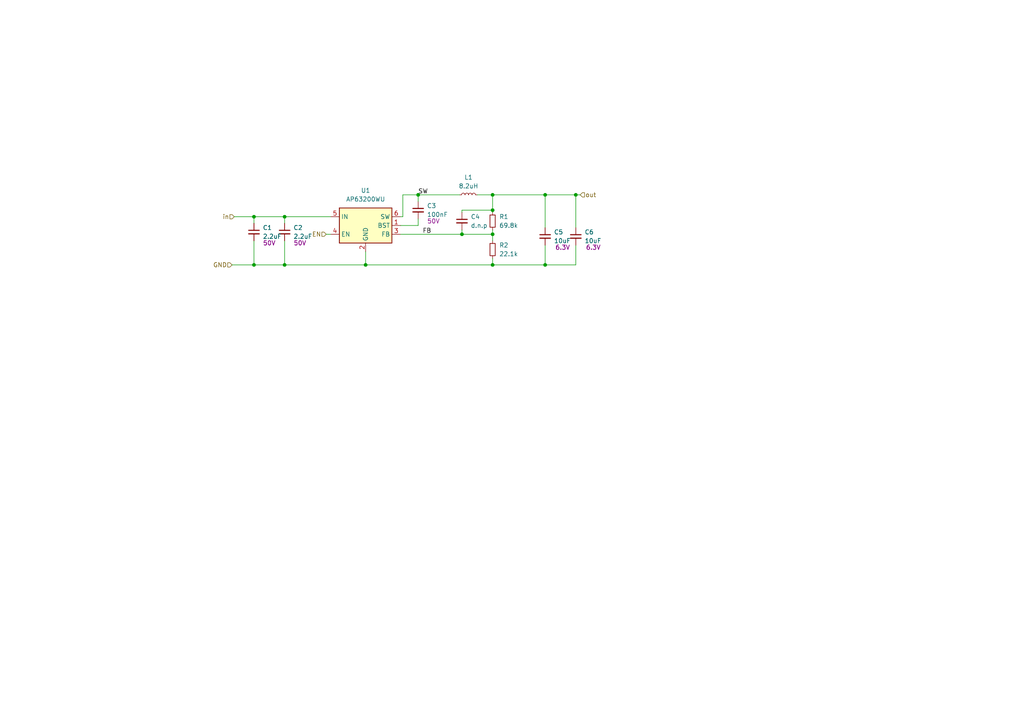
<source format=kicad_sch>
(kicad_sch (version 20211123) (generator eeschema)

  (uuid 1895faed-13c7-4877-930c-ef39a1d7419c)

  (paper "A4")

  (lib_symbols
    (symbol "Device:C_Small" (pin_numbers hide) (pin_names (offset 0.254) hide) (in_bom yes) (on_board yes)
      (property "Reference" "C" (id 0) (at 0.254 1.778 0)
        (effects (font (size 1.27 1.27)) (justify left))
      )
      (property "Value" "C_Small" (id 1) (at 0.254 -2.032 0)
        (effects (font (size 1.27 1.27)) (justify left))
      )
      (property "Footprint" "" (id 2) (at 0 0 0)
        (effects (font (size 1.27 1.27)) hide)
      )
      (property "Datasheet" "~" (id 3) (at 0 0 0)
        (effects (font (size 1.27 1.27)) hide)
      )
      (property "ki_keywords" "capacitor cap" (id 4) (at 0 0 0)
        (effects (font (size 1.27 1.27)) hide)
      )
      (property "ki_description" "Unpolarized capacitor, small symbol" (id 5) (at 0 0 0)
        (effects (font (size 1.27 1.27)) hide)
      )
      (property "ki_fp_filters" "C_*" (id 6) (at 0 0 0)
        (effects (font (size 1.27 1.27)) hide)
      )
      (symbol "C_Small_0_1"
        (polyline
          (pts
            (xy -1.524 -0.508)
            (xy 1.524 -0.508)
          )
          (stroke (width 0.3302) (type default) (color 0 0 0 0))
          (fill (type none))
        )
        (polyline
          (pts
            (xy -1.524 0.508)
            (xy 1.524 0.508)
          )
          (stroke (width 0.3048) (type default) (color 0 0 0 0))
          (fill (type none))
        )
      )
      (symbol "C_Small_1_1"
        (pin passive line (at 0 2.54 270) (length 2.032)
          (name "~" (effects (font (size 1.27 1.27))))
          (number "1" (effects (font (size 1.27 1.27))))
        )
        (pin passive line (at 0 -2.54 90) (length 2.032)
          (name "~" (effects (font (size 1.27 1.27))))
          (number "2" (effects (font (size 1.27 1.27))))
        )
      )
    )
    (symbol "Device:L_Small" (pin_numbers hide) (pin_names (offset 0.254) hide) (in_bom yes) (on_board yes)
      (property "Reference" "L" (id 0) (at 0.762 1.016 0)
        (effects (font (size 1.27 1.27)) (justify left))
      )
      (property "Value" "L_Small" (id 1) (at 0.762 -1.016 0)
        (effects (font (size 1.27 1.27)) (justify left))
      )
      (property "Footprint" "" (id 2) (at 0 0 0)
        (effects (font (size 1.27 1.27)) hide)
      )
      (property "Datasheet" "~" (id 3) (at 0 0 0)
        (effects (font (size 1.27 1.27)) hide)
      )
      (property "ki_keywords" "inductor choke coil reactor magnetic" (id 4) (at 0 0 0)
        (effects (font (size 1.27 1.27)) hide)
      )
      (property "ki_description" "Inductor, small symbol" (id 5) (at 0 0 0)
        (effects (font (size 1.27 1.27)) hide)
      )
      (property "ki_fp_filters" "Choke_* *Coil* Inductor_* L_*" (id 6) (at 0 0 0)
        (effects (font (size 1.27 1.27)) hide)
      )
      (symbol "L_Small_0_1"
        (arc (start 0 -2.032) (mid 0.508 -1.524) (end 0 -1.016)
          (stroke (width 0) (type default) (color 0 0 0 0))
          (fill (type none))
        )
        (arc (start 0 -1.016) (mid 0.508 -0.508) (end 0 0)
          (stroke (width 0) (type default) (color 0 0 0 0))
          (fill (type none))
        )
        (arc (start 0 0) (mid 0.508 0.508) (end 0 1.016)
          (stroke (width 0) (type default) (color 0 0 0 0))
          (fill (type none))
        )
        (arc (start 0 1.016) (mid 0.508 1.524) (end 0 2.032)
          (stroke (width 0) (type default) (color 0 0 0 0))
          (fill (type none))
        )
      )
      (symbol "L_Small_1_1"
        (pin passive line (at 0 2.54 270) (length 0.508)
          (name "~" (effects (font (size 1.27 1.27))))
          (number "1" (effects (font (size 1.27 1.27))))
        )
        (pin passive line (at 0 -2.54 90) (length 0.508)
          (name "~" (effects (font (size 1.27 1.27))))
          (number "2" (effects (font (size 1.27 1.27))))
        )
      )
    )
    (symbol "Device:R_Small" (pin_numbers hide) (pin_names (offset 0.254) hide) (in_bom yes) (on_board yes)
      (property "Reference" "R" (id 0) (at 0.762 0.508 0)
        (effects (font (size 1.27 1.27)) (justify left))
      )
      (property "Value" "R_Small" (id 1) (at 0.762 -1.016 0)
        (effects (font (size 1.27 1.27)) (justify left))
      )
      (property "Footprint" "" (id 2) (at 0 0 0)
        (effects (font (size 1.27 1.27)) hide)
      )
      (property "Datasheet" "~" (id 3) (at 0 0 0)
        (effects (font (size 1.27 1.27)) hide)
      )
      (property "ki_keywords" "R resistor" (id 4) (at 0 0 0)
        (effects (font (size 1.27 1.27)) hide)
      )
      (property "ki_description" "Resistor, small symbol" (id 5) (at 0 0 0)
        (effects (font (size 1.27 1.27)) hide)
      )
      (property "ki_fp_filters" "R_*" (id 6) (at 0 0 0)
        (effects (font (size 1.27 1.27)) hide)
      )
      (symbol "R_Small_0_1"
        (rectangle (start -0.762 1.778) (end 0.762 -1.778)
          (stroke (width 0.2032) (type default) (color 0 0 0 0))
          (fill (type none))
        )
      )
      (symbol "R_Small_1_1"
        (pin passive line (at 0 2.54 270) (length 0.762)
          (name "~" (effects (font (size 1.27 1.27))))
          (number "1" (effects (font (size 1.27 1.27))))
        )
        (pin passive line (at 0 -2.54 90) (length 0.762)
          (name "~" (effects (font (size 1.27 1.27))))
          (number "2" (effects (font (size 1.27 1.27))))
        )
      )
    )
    (symbol "b113:AP64060" (in_bom yes) (on_board yes)
      (property "Reference" "U" (id 0) (at -7.62 6.35 0)
        (effects (font (size 1.27 1.27)))
      )
      (property "Value" "AP64060" (id 1) (at 2.54 6.35 0)
        (effects (font (size 1.27 1.27)))
      )
      (property "Footprint" "Package_TO_SOT_SMD:TSOT-23-6" (id 2) (at 0 -22.86 0)
        (effects (font (size 1.27 1.27)) hide)
      )
      (property "Datasheet" "https://www.diodes.com/assets/Datasheets/AP64060.pdf" (id 3) (at -1.27 -6.35 0)
        (effects (font (size 1.27 1.27)) hide)
      )
      (property "ki_keywords" "2A Buck DC/DC" (id 4) (at 0 0 0)
        (effects (font (size 1.27 1.27)) hide)
      )
      (property "ki_description" "Buck DC/DC Converter, adjustable output voltage, TSOT26" (id 5) (at 0 0 0)
        (effects (font (size 1.27 1.27)) hide)
      )
      (property "ki_fp_filters" "TSOT?23*" (id 6) (at 0 0 0)
        (effects (font (size 1.27 1.27)) hide)
      )
      (symbol "AP64060_0_1"
        (rectangle (start -7.62 5.08) (end 7.62 -5.08)
          (stroke (width 0.254) (type default) (color 0 0 0 0))
          (fill (type background))
        )
      )
      (symbol "AP64060_1_1"
        (pin passive line (at 10.16 0 180) (length 2.54)
          (name "BST" (effects (font (size 1.27 1.27))))
          (number "1" (effects (font (size 1.27 1.27))))
        )
        (pin power_in line (at 0 -7.62 90) (length 2.54)
          (name "GND" (effects (font (size 1.27 1.27))))
          (number "2" (effects (font (size 1.27 1.27))))
        )
        (pin input line (at 10.16 -2.54 180) (length 2.54)
          (name "FB" (effects (font (size 1.27 1.27))))
          (number "3" (effects (font (size 1.27 1.27))))
        )
        (pin input line (at -10.16 -2.54 0) (length 2.54)
          (name "EN" (effects (font (size 1.27 1.27))))
          (number "4" (effects (font (size 1.27 1.27))))
        )
        (pin power_in line (at -10.16 2.54 0) (length 2.54)
          (name "IN" (effects (font (size 1.27 1.27))))
          (number "5" (effects (font (size 1.27 1.27))))
        )
        (pin output line (at 10.16 2.54 180) (length 2.54)
          (name "SW" (effects (font (size 1.27 1.27))))
          (number "6" (effects (font (size 1.27 1.27))))
        )
      )
    )
  )

  (junction (at 158.115 76.835) (diameter 0) (color 0 0 0 0)
    (uuid 2207760e-221a-4cb2-8d4b-a25977dd6d1d)
  )
  (junction (at 82.55 76.835) (diameter 0) (color 0 0 0 0)
    (uuid 3196e2c6-f829-41e5-b03b-aff8a2c7753b)
  )
  (junction (at 106.045 76.835) (diameter 0) (color 0 0 0 0)
    (uuid 321c45ac-4105-4b22-8718-0da0ab8a1960)
  )
  (junction (at 142.875 76.835) (diameter 0) (color 0 0 0 0)
    (uuid 3594f87d-c2a6-427d-8aa2-10f4e05994de)
  )
  (junction (at 142.875 56.515) (diameter 0) (color 0 0 0 0)
    (uuid 38ab48ed-3533-430f-bb30-bdf7ac09592e)
  )
  (junction (at 73.66 62.865) (diameter 0) (color 0 0 0 0)
    (uuid 52ee3fdf-1c55-41c2-9556-d7321775a82b)
  )
  (junction (at 142.875 60.96) (diameter 0) (color 0 0 0 0)
    (uuid 6cbf55da-e80c-4e47-9e52-dda2e3c453b1)
  )
  (junction (at 133.985 67.945) (diameter 0) (color 0 0 0 0)
    (uuid 6e40d9e1-c387-4278-861f-68f923f828b3)
  )
  (junction (at 167.005 56.515) (diameter 0) (color 0 0 0 0)
    (uuid 7e2b8a2a-6585-41ef-8beb-5af2e0d3e6ea)
  )
  (junction (at 121.285 56.515) (diameter 0) (color 0 0 0 0)
    (uuid ad2130c4-d175-4471-8cc3-94a4cc8b0f74)
  )
  (junction (at 142.875 67.945) (diameter 0) (color 0 0 0 0)
    (uuid c1887d1b-efb9-42ce-87c1-a29a8166224c)
  )
  (junction (at 73.66 76.835) (diameter 0) (color 0 0 0 0)
    (uuid d141fbf1-f1c0-4a5a-85df-8804a49c18cb)
  )
  (junction (at 82.55 62.865) (diameter 0) (color 0 0 0 0)
    (uuid f7fd5c8e-4010-4355-bd82-4a022ed22f2e)
  )
  (junction (at 158.115 56.515) (diameter 0) (color 0 0 0 0)
    (uuid fcd88659-33d6-4964-9d7d-c88d7d36e0e2)
  )

  (wire (pts (xy 142.875 66.675) (xy 142.875 67.945))
    (stroke (width 0) (type default) (color 0 0 0 0))
    (uuid 0407e32c-cf6a-4715-adc7-ef805f14ba0b)
  )
  (wire (pts (xy 138.43 56.515) (xy 142.875 56.515))
    (stroke (width 0) (type default) (color 0 0 0 0))
    (uuid 05e7b29e-fe66-40cb-b75a-2c15e1ec9587)
  )
  (wire (pts (xy 142.875 74.93) (xy 142.875 76.835))
    (stroke (width 0) (type default) (color 0 0 0 0))
    (uuid 06eefc2e-df85-485d-bcbd-244a63166ec7)
  )
  (wire (pts (xy 116.205 67.945) (xy 133.985 67.945))
    (stroke (width 0) (type default) (color 0 0 0 0))
    (uuid 13ac083c-b7a6-4f29-8980-b44bb4935789)
  )
  (wire (pts (xy 94.615 67.945) (xy 95.885 67.945))
    (stroke (width 0) (type default) (color 0 0 0 0))
    (uuid 1f9f2bb8-320c-4c3f-8866-2adaf7463283)
  )
  (wire (pts (xy 142.875 56.515) (xy 158.115 56.515))
    (stroke (width 0) (type default) (color 0 0 0 0))
    (uuid 26c72782-38a6-47f1-9408-da548297f703)
  )
  (wire (pts (xy 82.55 62.865) (xy 95.885 62.865))
    (stroke (width 0) (type default) (color 0 0 0 0))
    (uuid 38c7ac64-a9f9-45b3-a6f2-d80f640fb7a0)
  )
  (wire (pts (xy 116.84 56.515) (xy 121.285 56.515))
    (stroke (width 0) (type default) (color 0 0 0 0))
    (uuid 48c3b9b1-5f02-4bec-8ea3-17e87992ae4a)
  )
  (wire (pts (xy 82.55 62.865) (xy 82.55 64.77))
    (stroke (width 0) (type default) (color 0 0 0 0))
    (uuid 59bf1c5f-51f2-4ec8-b92d-5e5d25ae1730)
  )
  (wire (pts (xy 142.875 60.96) (xy 142.875 61.595))
    (stroke (width 0) (type default) (color 0 0 0 0))
    (uuid 5e36f865-7967-46db-8e94-424753265959)
  )
  (wire (pts (xy 121.285 56.515) (xy 133.35 56.515))
    (stroke (width 0) (type default) (color 0 0 0 0))
    (uuid 5e56cd8a-972a-48b7-829b-ae56f6b8a3cd)
  )
  (wire (pts (xy 133.985 61.595) (xy 133.985 60.96))
    (stroke (width 0) (type default) (color 0 0 0 0))
    (uuid 5f18c3a7-0c3e-4e63-a8cd-39cac4a464b2)
  )
  (wire (pts (xy 73.66 76.835) (xy 73.66 69.85))
    (stroke (width 0) (type default) (color 0 0 0 0))
    (uuid 68487061-b319-4c88-948d-059e8a049727)
  )
  (wire (pts (xy 133.985 66.675) (xy 133.985 67.945))
    (stroke (width 0) (type default) (color 0 0 0 0))
    (uuid 6a4aee65-7684-4d1d-acd8-f8b895cc76f4)
  )
  (wire (pts (xy 73.66 62.865) (xy 82.55 62.865))
    (stroke (width 0) (type default) (color 0 0 0 0))
    (uuid 6bafd7ea-76f2-4792-b02d-f09143d1592d)
  )
  (wire (pts (xy 142.875 56.515) (xy 142.875 60.96))
    (stroke (width 0) (type default) (color 0 0 0 0))
    (uuid 72987c14-3287-4325-b69f-faed864874a7)
  )
  (wire (pts (xy 116.84 56.515) (xy 116.84 62.865))
    (stroke (width 0) (type default) (color 0 0 0 0))
    (uuid 7399d01c-dd5d-44ff-9b37-e79cf0ce2f78)
  )
  (wire (pts (xy 133.985 60.96) (xy 142.875 60.96))
    (stroke (width 0) (type default) (color 0 0 0 0))
    (uuid 74db7b63-2db5-4047-8c5f-82c46d08c3e4)
  )
  (wire (pts (xy 158.115 56.515) (xy 158.115 66.04))
    (stroke (width 0) (type default) (color 0 0 0 0))
    (uuid 78118bd4-013c-41d5-8fb6-5b0350518072)
  )
  (wire (pts (xy 82.55 76.835) (xy 106.045 76.835))
    (stroke (width 0) (type default) (color 0 0 0 0))
    (uuid 79ad6a22-1f4d-4957-9f4d-49114325e624)
  )
  (wire (pts (xy 142.875 76.835) (xy 158.115 76.835))
    (stroke (width 0) (type default) (color 0 0 0 0))
    (uuid 7a6fbab5-32f1-477d-82d2-4c5773712e64)
  )
  (wire (pts (xy 73.66 76.835) (xy 82.55 76.835))
    (stroke (width 0) (type default) (color 0 0 0 0))
    (uuid 911cd3d0-d0b2-43a0-b993-e6399a465a77)
  )
  (wire (pts (xy 106.045 76.835) (xy 142.875 76.835))
    (stroke (width 0) (type default) (color 0 0 0 0))
    (uuid 962af349-3459-44b2-8e60-e1e5fe5deaab)
  )
  (wire (pts (xy 133.985 67.945) (xy 142.875 67.945))
    (stroke (width 0) (type default) (color 0 0 0 0))
    (uuid 9fba56ea-d26a-4529-a7e6-72e168d66072)
  )
  (wire (pts (xy 106.045 76.835) (xy 106.045 73.025))
    (stroke (width 0) (type default) (color 0 0 0 0))
    (uuid a0633373-965c-4a84-a5a9-1d6f76d02bd7)
  )
  (wire (pts (xy 67.31 76.835) (xy 73.66 76.835))
    (stroke (width 0) (type default) (color 0 0 0 0))
    (uuid a60f73f5-b325-47ac-8382-0df71d017a0c)
  )
  (wire (pts (xy 142.875 67.945) (xy 142.875 69.85))
    (stroke (width 0) (type default) (color 0 0 0 0))
    (uuid a8f7daeb-7a99-4285-86c7-a2527c86c1ca)
  )
  (wire (pts (xy 121.285 58.42) (xy 121.285 56.515))
    (stroke (width 0) (type default) (color 0 0 0 0))
    (uuid a98b6fa4-a45c-48a1-97c0-385cd102735e)
  )
  (wire (pts (xy 73.66 62.865) (xy 73.66 64.77))
    (stroke (width 0) (type default) (color 0 0 0 0))
    (uuid b4066f39-f0ce-414d-9933-daa740f1e6df)
  )
  (wire (pts (xy 116.84 62.865) (xy 116.205 62.865))
    (stroke (width 0) (type default) (color 0 0 0 0))
    (uuid b7a2e673-4218-42a3-8c88-7dc96729dfe9)
  )
  (wire (pts (xy 167.005 56.515) (xy 168.275 56.515))
    (stroke (width 0) (type default) (color 0 0 0 0))
    (uuid b965c69f-a99f-4698-a2ad-76cd23bf6cae)
  )
  (wire (pts (xy 167.005 56.515) (xy 167.005 66.04))
    (stroke (width 0) (type default) (color 0 0 0 0))
    (uuid beeda9c4-41b8-4450-9246-8559727f4484)
  )
  (wire (pts (xy 158.115 56.515) (xy 167.005 56.515))
    (stroke (width 0) (type default) (color 0 0 0 0))
    (uuid c7dc4bf2-14e8-4817-a7dd-bcf15bb0ca5f)
  )
  (wire (pts (xy 158.115 76.835) (xy 167.005 76.835))
    (stroke (width 0) (type default) (color 0 0 0 0))
    (uuid cccd0012-7e24-47e0-99af-7805d4a9aec8)
  )
  (wire (pts (xy 167.005 76.835) (xy 167.005 71.12))
    (stroke (width 0) (type default) (color 0 0 0 0))
    (uuid cdc8593e-9aa6-4a66-a193-7d1a1a87b0c6)
  )
  (wire (pts (xy 82.55 76.835) (xy 82.55 69.85))
    (stroke (width 0) (type default) (color 0 0 0 0))
    (uuid d43e6d42-02d5-4010-adc1-2eb763651585)
  )
  (wire (pts (xy 121.285 65.405) (xy 121.285 63.5))
    (stroke (width 0) (type default) (color 0 0 0 0))
    (uuid e3bf8ac6-ef84-4d0e-ab04-6a4021e7864f)
  )
  (wire (pts (xy 158.115 76.835) (xy 158.115 71.12))
    (stroke (width 0) (type default) (color 0 0 0 0))
    (uuid f1a50b36-c6d5-44ee-a14b-d7e324c0e8f1)
  )
  (wire (pts (xy 67.945 62.865) (xy 73.66 62.865))
    (stroke (width 0) (type default) (color 0 0 0 0))
    (uuid f3f43c6f-d371-4c7f-985a-7009a306490e)
  )
  (wire (pts (xy 116.205 65.405) (xy 121.285 65.405))
    (stroke (width 0) (type default) (color 0 0 0 0))
    (uuid fbfdd1c6-2457-4db8-a2e2-05e239faaa6d)
  )

  (label "FB" (at 122.555 67.945 0)
    (effects (font (size 1.27 1.27)) (justify left bottom))
    (uuid 02f87293-3d5f-4aba-a46d-2b6cdef28985)
  )
  (label "SW" (at 121.285 56.515 0)
    (effects (font (size 1.27 1.27)) (justify left bottom))
    (uuid 518bf05a-2b35-49b3-b02d-4c8ed85d581a)
  )

  (hierarchical_label "GND" (shape input) (at 67.31 76.835 180)
    (effects (font (size 1.27 1.27)) (justify right))
    (uuid 3a157695-9c71-4123-9d47-e9f157bde643)
  )
  (hierarchical_label "out" (shape input) (at 168.275 56.515 0)
    (effects (font (size 1.27 1.27)) (justify left))
    (uuid bf0fb701-f4e0-4123-99d0-eac84f33f67e)
  )
  (hierarchical_label "in" (shape input) (at 67.945 62.865 180)
    (effects (font (size 1.27 1.27)) (justify right))
    (uuid cec1032f-71ef-44a5-a992-7f1ac7fe375b)
  )
  (hierarchical_label "EN" (shape input) (at 94.615 67.945 180)
    (effects (font (size 1.27 1.27)) (justify right))
    (uuid e170f991-a6eb-4f43-a94b-45aa5bb2c520)
  )

  (symbol (lib_id "Device:C_Small") (at 73.66 67.31 0) (unit 1)
    (in_bom yes) (on_board yes)
    (uuid 0f9baa1d-ec8f-447c-92ef-9f0eac14ae2e)
    (property "Reference" "C1" (id 0) (at 76.2 66.0462 0)
      (effects (font (size 1.27 1.27)) (justify left))
    )
    (property "Value" "2.2uF" (id 1) (at 76.2 68.5862 0)
      (effects (font (size 1.27 1.27)) (justify left))
    )
    (property "Footprint" "Capacitor_SMD:C_1206_3216Metric" (id 2) (at 73.66 67.31 0)
      (effects (font (size 1.27 1.27)) hide)
    )
    (property "Datasheet" "~" (id 3) (at 73.66 67.31 0)
      (effects (font (size 1.27 1.27)) hide)
    )
    (property "Voltage" "50V" (id 4) (at 78.105 70.485 0))
    (pin "1" (uuid 06e9b7b7-e6c5-4c91-9cfe-170b19479719))
    (pin "2" (uuid 72c65d78-5106-4792-9ba4-5001189751c1))
  )

  (symbol (lib_id "Device:L_Small") (at 135.89 56.515 90) (unit 1)
    (in_bom yes) (on_board yes) (fields_autoplaced)
    (uuid 2557c06e-d021-45ba-a3e8-1864ad77de84)
    (property "Reference" "L1" (id 0) (at 135.89 51.435 90))
    (property "Value" "8.2uH" (id 1) (at 135.89 53.975 90))
    (property "Footprint" "Inductor_SMD:L_1008_2520Metric" (id 2) (at 135.89 56.515 0)
      (effects (font (size 1.27 1.27)) hide)
    )
    (property "Datasheet" "https://www.murata.com/~/media/webrenewal/products/inductor/chip/tokoproducts/wirewoundmetalalloychiptype/m_dfe252012f.ashx" (id 3) (at 135.89 56.515 0)
      (effects (font (size 1.27 1.27)) hide)
    )
    (property "MPN" "DFE252012F-8R2M=P2" (id 4) (at 135.89 56.515 90)
      (effects (font (size 1.27 1.27)) hide)
    )
    (property "Digi-Key_PN" "490-13045-1-ND" (id 5) (at 135.89 56.515 90)
      (effects (font (size 1.27 1.27)) hide)
    )
    (pin "1" (uuid 643d3baf-c6ed-4a72-aae0-4c0c05bf8d78))
    (pin "2" (uuid 9582f131-0539-42c6-bf08-118b55e791af))
  )

  (symbol (lib_id "Device:R_Small") (at 142.875 72.39 0) (unit 1)
    (in_bom yes) (on_board yes) (fields_autoplaced)
    (uuid 2d3278a2-94b5-4bcb-8fb0-60d0ba3c099c)
    (property "Reference" "R2" (id 0) (at 144.78 71.1199 0)
      (effects (font (size 1.27 1.27)) (justify left))
    )
    (property "Value" "22.1k" (id 1) (at 144.78 73.6599 0)
      (effects (font (size 1.27 1.27)) (justify left))
    )
    (property "Footprint" "Resistor_SMD:R_0603_1608Metric" (id 2) (at 142.875 72.39 0)
      (effects (font (size 1.27 1.27)) hide)
    )
    (property "Datasheet" "~" (id 3) (at 142.875 72.39 0)
      (effects (font (size 1.27 1.27)) hide)
    )
    (pin "1" (uuid 389e0750-e62c-4896-baec-244eac03a8eb))
    (pin "2" (uuid 5e97dff2-fc75-404a-beb1-dab3856d4510))
  )

  (symbol (lib_id "Device:C_Small") (at 167.005 68.58 0) (unit 1)
    (in_bom yes) (on_board yes)
    (uuid 41da2059-a2ec-40f1-9062-5d45ef188538)
    (property "Reference" "C6" (id 0) (at 169.545 67.3162 0)
      (effects (font (size 1.27 1.27)) (justify left))
    )
    (property "Value" "10uF" (id 1) (at 169.545 69.8562 0)
      (effects (font (size 1.27 1.27)) (justify left))
    )
    (property "Footprint" "Capacitor_SMD:C_0603_1608Metric" (id 2) (at 167.005 68.58 0)
      (effects (font (size 1.27 1.27)) hide)
    )
    (property "Datasheet" "~" (id 3) (at 167.005 68.58 0)
      (effects (font (size 1.27 1.27)) hide)
    )
    (property "Voltage" "6.3V" (id 4) (at 172.085 71.755 0))
    (pin "1" (uuid 61cec326-f86e-4a13-afe0-0c116f96154c))
    (pin "2" (uuid ca202b75-eced-461f-bc82-c0c95c433948))
  )

  (symbol (lib_id "b113:AP64060") (at 106.045 65.405 0) (unit 1)
    (in_bom yes) (on_board yes) (fields_autoplaced)
    (uuid 60974b9f-e13d-4c20-98bd-2cf8588012e9)
    (property "Reference" "U1" (id 0) (at 106.045 55.245 0))
    (property "Value" "AP63200WU" (id 1) (at 106.045 57.785 0))
    (property "Footprint" "Package_TO_SOT_SMD:TSOT-23-6" (id 2) (at 106.045 88.265 0)
      (effects (font (size 1.27 1.27)) hide)
    )
    (property "Datasheet" "https://www.diodes.com/assets/Datasheets/AP64060.pdf" (id 3) (at 104.775 71.755 0)
      (effects (font (size 1.27 1.27)) hide)
    )
    (pin "1" (uuid 83cfefcc-b62b-44cf-ba4c-604785c6f9cd))
    (pin "2" (uuid 368e2fe6-f41a-42aa-b542-cd09fa554dfc))
    (pin "3" (uuid fd8b2157-4aa2-47b8-8081-a88524df2e8d))
    (pin "4" (uuid cc79689a-382e-4f1f-be3e-a0ace5c39d49))
    (pin "5" (uuid 31def5a3-7a7d-4e3b-9361-dcb9fc0a145a))
    (pin "6" (uuid 50000682-7e0f-4447-b23b-36480d91da67))
  )

  (symbol (lib_id "Device:C_Small") (at 158.115 68.58 0) (unit 1)
    (in_bom yes) (on_board yes)
    (uuid 6209df7d-4827-4fa0-94b1-c17974eb9744)
    (property "Reference" "C5" (id 0) (at 160.655 67.3162 0)
      (effects (font (size 1.27 1.27)) (justify left))
    )
    (property "Value" "10uF" (id 1) (at 160.655 69.8562 0)
      (effects (font (size 1.27 1.27)) (justify left))
    )
    (property "Footprint" "Capacitor_SMD:C_0603_1608Metric" (id 2) (at 158.115 68.58 0)
      (effects (font (size 1.27 1.27)) hide)
    )
    (property "Datasheet" "~" (id 3) (at 158.115 68.58 0)
      (effects (font (size 1.27 1.27)) hide)
    )
    (property "Voltage" "6.3V" (id 4) (at 163.195 71.755 0))
    (pin "1" (uuid 3d810a9d-ebe8-4a13-8ddc-12044c39e75d))
    (pin "2" (uuid fbfbb46f-e558-4678-bf31-3ae31b269702))
  )

  (symbol (lib_id "Device:R_Small") (at 142.875 64.135 0) (unit 1)
    (in_bom yes) (on_board yes) (fields_autoplaced)
    (uuid 705ce840-4e46-485d-ad1d-25c1563138a7)
    (property "Reference" "R1" (id 0) (at 144.78 62.8649 0)
      (effects (font (size 1.27 1.27)) (justify left))
    )
    (property "Value" "69.8k" (id 1) (at 144.78 65.4049 0)
      (effects (font (size 1.27 1.27)) (justify left))
    )
    (property "Footprint" "Resistor_SMD:R_0603_1608Metric" (id 2) (at 142.875 64.135 0)
      (effects (font (size 1.27 1.27)) hide)
    )
    (property "Datasheet" "~" (id 3) (at 142.875 64.135 0)
      (effects (font (size 1.27 1.27)) hide)
    )
    (pin "1" (uuid f9277be9-a47b-44ac-9361-7e058585baef))
    (pin "2" (uuid 94504bce-7a19-47e7-b991-8931a55ecbbf))
  )

  (symbol (lib_id "Device:C_Small") (at 121.285 60.96 0) (unit 1)
    (in_bom yes) (on_board yes)
    (uuid a2227b2b-2ca5-4920-b790-e356ef9ee531)
    (property "Reference" "C3" (id 0) (at 123.825 59.6962 0)
      (effects (font (size 1.27 1.27)) (justify left))
    )
    (property "Value" "100nF" (id 1) (at 123.825 62.2362 0)
      (effects (font (size 1.27 1.27)) (justify left))
    )
    (property "Footprint" "Capacitor_SMD:C_0603_1608Metric" (id 2) (at 121.285 60.96 0)
      (effects (font (size 1.27 1.27)) hide)
    )
    (property "Datasheet" "~" (id 3) (at 121.285 60.96 0)
      (effects (font (size 1.27 1.27)) hide)
    )
    (property "Voltage" "50V" (id 4) (at 125.73 64.135 0))
    (pin "1" (uuid b803d794-8d15-4af8-8971-a4a92ddd9073))
    (pin "2" (uuid b9dda77d-8a14-4bc6-951f-cd30d7107798))
  )

  (symbol (lib_id "Device:C_Small") (at 82.55 67.31 0) (unit 1)
    (in_bom yes) (on_board yes)
    (uuid aebcf850-1539-4625-b0f9-a97cdc338d74)
    (property "Reference" "C2" (id 0) (at 85.09 66.0462 0)
      (effects (font (size 1.27 1.27)) (justify left))
    )
    (property "Value" "2.2uF" (id 1) (at 85.09 68.5862 0)
      (effects (font (size 1.27 1.27)) (justify left))
    )
    (property "Footprint" "Capacitor_SMD:C_1206_3216Metric" (id 2) (at 82.55 67.31 0)
      (effects (font (size 1.27 1.27)) hide)
    )
    (property "Datasheet" "~" (id 3) (at 82.55 67.31 0)
      (effects (font (size 1.27 1.27)) hide)
    )
    (property "Voltage" "50V" (id 4) (at 86.995 70.485 0))
    (pin "1" (uuid efd67f7c-2981-4db2-95c4-544c5dc9913a))
    (pin "2" (uuid 51611394-a6ba-4150-b318-d7ba3b367537))
  )

  (symbol (lib_id "Device:C_Small") (at 133.985 64.135 0) (unit 1)
    (in_bom yes) (on_board yes)
    (uuid f0b7c65e-6a2a-4f54-aca3-765b8c7bd194)
    (property "Reference" "C4" (id 0) (at 136.525 62.8712 0)
      (effects (font (size 1.27 1.27)) (justify left))
    )
    (property "Value" "d.n.p" (id 1) (at 136.525 65.4112 0)
      (effects (font (size 1.27 1.27)) (justify left))
    )
    (property "Footprint" "Capacitor_SMD:C_0603_1608Metric" (id 2) (at 133.985 64.135 0)
      (effects (font (size 1.27 1.27)) hide)
    )
    (property "Datasheet" "~" (id 3) (at 133.985 64.135 0)
      (effects (font (size 1.27 1.27)) hide)
    )
    (pin "1" (uuid 3ccaaf8c-08ac-40bb-acf1-297d8ddff022))
    (pin "2" (uuid e76912c4-5d70-45a2-833f-539d3a51ff80))
  )
)

</source>
